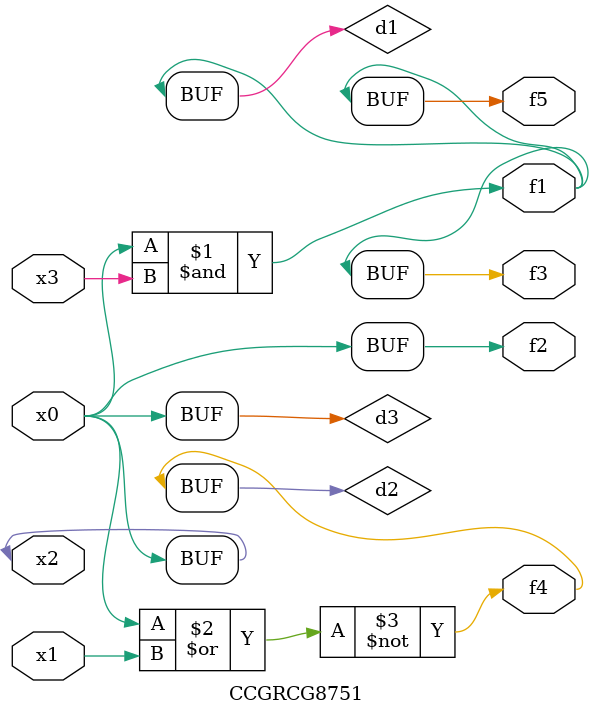
<source format=v>
module CCGRCG8751(
	input x0, x1, x2, x3,
	output f1, f2, f3, f4, f5
);

	wire d1, d2, d3;

	and (d1, x2, x3);
	nor (d2, x0, x1);
	buf (d3, x0, x2);
	assign f1 = d1;
	assign f2 = d3;
	assign f3 = d1;
	assign f4 = d2;
	assign f5 = d1;
endmodule

</source>
